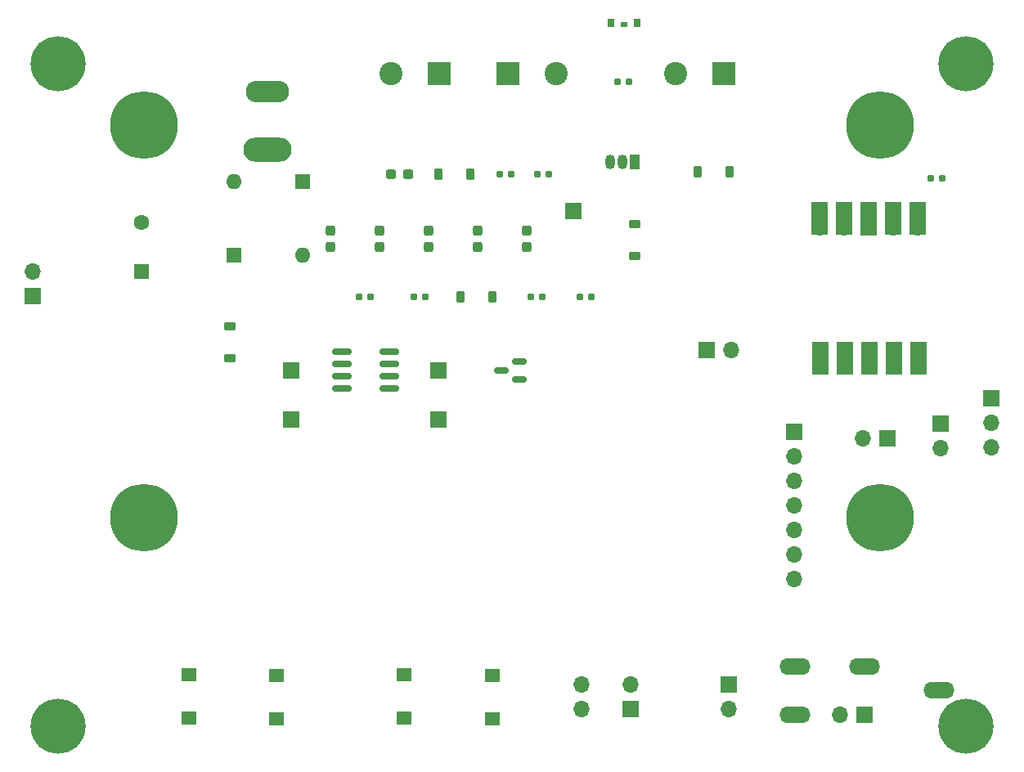
<source format=gbr>
%TF.GenerationSoftware,KiCad,Pcbnew,7.0.2*%
%TF.CreationDate,2024-01-09T21:21:53-08:00*%
%TF.ProjectId,MK-KS-MkII,4d4b2d4b-532d-44d6-9b49-492e6b696361,1.0*%
%TF.SameCoordinates,Original*%
%TF.FileFunction,Soldermask,Top*%
%TF.FilePolarity,Negative*%
%FSLAX46Y46*%
G04 Gerber Fmt 4.6, Leading zero omitted, Abs format (unit mm)*
G04 Created by KiCad (PCBNEW 7.0.2) date 2024-01-09 21:21:53*
%MOMM*%
%LPD*%
G01*
G04 APERTURE LIST*
G04 Aperture macros list*
%AMRoundRect*
0 Rectangle with rounded corners*
0 $1 Rounding radius*
0 $2 $3 $4 $5 $6 $7 $8 $9 X,Y pos of 4 corners*
0 Add a 4 corners polygon primitive as box body*
4,1,4,$2,$3,$4,$5,$6,$7,$8,$9,$2,$3,0*
0 Add four circle primitives for the rounded corners*
1,1,$1+$1,$2,$3*
1,1,$1+$1,$4,$5*
1,1,$1+$1,$6,$7*
1,1,$1+$1,$8,$9*
0 Add four rect primitives between the rounded corners*
20,1,$1+$1,$2,$3,$4,$5,0*
20,1,$1+$1,$4,$5,$6,$7,0*
20,1,$1+$1,$6,$7,$8,$9,0*
20,1,$1+$1,$8,$9,$2,$3,0*%
G04 Aperture macros list end*
%ADD10O,1.700000X1.700000*%
%ADD11R,1.700000X3.500000*%
%ADD12R,1.700000X1.700000*%
%ADD13R,2.400000X2.400000*%
%ADD14C,2.400000*%
%ADD15RoundRect,0.225000X-0.375000X0.225000X-0.375000X-0.225000X0.375000X-0.225000X0.375000X0.225000X0*%
%ADD16RoundRect,0.237500X0.237500X-0.300000X0.237500X0.300000X-0.237500X0.300000X-0.237500X-0.300000X0*%
%ADD17C,5.700000*%
%ADD18C,3.600000*%
%ADD19RoundRect,0.225000X-0.225000X-0.375000X0.225000X-0.375000X0.225000X0.375000X-0.225000X0.375000X0*%
%ADD20O,3.220000X1.712000*%
%ADD21RoundRect,0.160000X0.197500X0.160000X-0.197500X0.160000X-0.197500X-0.160000X0.197500X-0.160000X0*%
%ADD22RoundRect,0.237500X-0.300000X-0.237500X0.300000X-0.237500X0.300000X0.237500X-0.300000X0.237500X0*%
%ADD23R,0.710000X0.900000*%
%ADD24R,0.800000X0.600000*%
%ADD25RoundRect,0.160000X-0.197500X-0.160000X0.197500X-0.160000X0.197500X0.160000X-0.197500X0.160000X0*%
%ADD26R,1.600000X1.600000*%
%ADD27C,1.600000*%
%ADD28O,1.600000X1.600000*%
%ADD29C,4.700000*%
%ADD30C,7.000000*%
%ADD31O,5.000000X2.500000*%
%ADD32O,4.500000X2.250000*%
%ADD33R,1.600000X1.400000*%
%ADD34RoundRect,0.150000X0.587500X0.150000X-0.587500X0.150000X-0.587500X-0.150000X0.587500X-0.150000X0*%
%ADD35R,1.050000X1.500000*%
%ADD36O,1.050000X1.500000*%
%ADD37RoundRect,0.225000X0.375000X-0.225000X0.375000X0.225000X-0.375000X0.225000X-0.375000X-0.225000X0*%
%ADD38RoundRect,0.150000X0.825000X0.150000X-0.825000X0.150000X-0.825000X-0.150000X0.825000X-0.150000X0*%
G04 APERTURE END LIST*
D10*
%TO.C,U1*%
X150176000Y-115554000D03*
D11*
X150176000Y-114654000D03*
D10*
X147636000Y-115554000D03*
D11*
X147636000Y-114654000D03*
D12*
X145096000Y-115554000D03*
D11*
X145096000Y-114654000D03*
D10*
X142556000Y-115554000D03*
D11*
X142556000Y-114654000D03*
D10*
X140016000Y-115554000D03*
D11*
X140016000Y-114654000D03*
D10*
X140106000Y-128234000D03*
D11*
X140106000Y-129134000D03*
D10*
X142646000Y-128234000D03*
D11*
X142646000Y-129134000D03*
D12*
X145186000Y-128234000D03*
D11*
X145186000Y-129134000D03*
D10*
X147726000Y-128234000D03*
D11*
X147726000Y-129134000D03*
D10*
X150266000Y-128234000D03*
D11*
X150266000Y-129134000D03*
%TD*%
D13*
%TO.C,ST3*%
X130138000Y-99627800D03*
D14*
X125138000Y-99627800D03*
%TD*%
D15*
%TO.C,D7*%
X79019400Y-125782800D03*
X79019400Y-129082800D03*
%TD*%
D16*
%TO.C,C7*%
X99594400Y-117587800D03*
X99594400Y-115862800D03*
%TD*%
D12*
%TO.C,TP5*%
X100609400Y-135432800D03*
%TD*%
%TO.C,J3*%
X157857000Y-133268000D03*
D10*
X157857000Y-135808000D03*
X157857000Y-138348000D03*
%TD*%
D16*
%TO.C,C5*%
X89434400Y-117587800D03*
X89434400Y-115862800D03*
%TD*%
D17*
%TO.C,M_KSI4*%
X61239400Y-167182800D03*
D18*
X61239400Y-167182800D03*
%TD*%
D19*
%TO.C,D3*%
X100609400Y-110032800D03*
X103909400Y-110032800D03*
%TD*%
D12*
%TO.C,JP3*%
X144742000Y-165979000D03*
D10*
X142202000Y-165979000D03*
%TD*%
D19*
%TO.C,D1*%
X127407000Y-109782000D03*
X130707000Y-109782000D03*
%TD*%
D13*
%TO.C,ST1*%
X100709400Y-99627800D03*
D14*
X95709400Y-99627800D03*
%TD*%
D20*
%TO.C,J5*%
X152453000Y-163472000D03*
X137553000Y-160972000D03*
X137553000Y-165972000D03*
X144753000Y-160972000D03*
%TD*%
D21*
%TO.C,R9*%
X116421900Y-122732800D03*
X115226900Y-122732800D03*
%TD*%
D22*
%TO.C,C4*%
X95706900Y-110032800D03*
X97431900Y-110032800D03*
%TD*%
D19*
%TO.C,D8*%
X102899400Y-122732800D03*
X106199400Y-122732800D03*
%TD*%
D12*
%TO.C,TP1*%
X114599000Y-113854000D03*
%TD*%
D23*
%TO.C,LED1*%
X118436400Y-94388800D03*
X121136400Y-94388800D03*
D24*
X119786400Y-94538800D03*
%TD*%
D25*
%TO.C,R2*%
X151572500Y-110434000D03*
X152767500Y-110434000D03*
%TD*%
D12*
%TO.C,OPa1*%
X58593000Y-122644000D03*
D10*
X58593000Y-120104000D03*
%TD*%
D25*
%TO.C,R1*%
X106959400Y-110032800D03*
X108154400Y-110032800D03*
%TD*%
D12*
%TO.C,TP2*%
X85369400Y-135432800D03*
%TD*%
D25*
%TO.C,R10*%
X110806900Y-110032800D03*
X112001900Y-110032800D03*
%TD*%
D17*
%TO.C,M_KSI1*%
X61239400Y-98602800D03*
D18*
X61239400Y-98602800D03*
%TD*%
D12*
%TO.C,TP4*%
X100609400Y-130352800D03*
%TD*%
D25*
%TO.C,R8*%
X110146900Y-122732800D03*
X111341900Y-122732800D03*
%TD*%
D26*
%TO.C,C3*%
X69875400Y-120080851D03*
D27*
X69875400Y-115080851D03*
%TD*%
D26*
%TO.C,D4*%
X86537800Y-110794800D03*
D28*
X86537800Y-118414800D03*
%TD*%
D25*
%TO.C,R7*%
X119099400Y-100507800D03*
X120294400Y-100507800D03*
%TD*%
D29*
%TO.C,SHLD-1*%
X70129400Y-104952800D03*
D30*
X70129400Y-104952800D03*
%TD*%
D29*
%TO.C,SHLD-2*%
X146329400Y-104952800D03*
D30*
X146329400Y-104952800D03*
%TD*%
D10*
%TO.C,SW1*%
X120528400Y-162884800D03*
D12*
X120528400Y-165424800D03*
D10*
X115448400Y-162884800D03*
X115448400Y-165424800D03*
%TD*%
D12*
%TO.C,JP2*%
X130688400Y-162859800D03*
D10*
X130688400Y-165399800D03*
%TD*%
D12*
%TO.C,JP1*%
X147069000Y-137366000D03*
D10*
X144529000Y-137366000D03*
%TD*%
D31*
%TO.C,J2*%
X82880200Y-107489100D03*
D32*
X82880200Y-101489100D03*
%TD*%
D33*
%TO.C,SW3*%
X97053400Y-161884800D03*
X106153400Y-161920800D03*
X97053400Y-166384800D03*
X106153400Y-166420800D03*
%TD*%
D17*
%TO.C,M_KSI2*%
X155219400Y-98602800D03*
D18*
X155219400Y-98602800D03*
%TD*%
D13*
%TO.C,ST2*%
X107774400Y-99627800D03*
D14*
X112774400Y-99627800D03*
%TD*%
D29*
%TO.C,SHLD-4*%
X70129400Y-145592800D03*
D30*
X70129400Y-145592800D03*
%TD*%
D16*
%TO.C,C6*%
X94514400Y-117587800D03*
X94514400Y-115862800D03*
%TD*%
D12*
%TO.C,TP3*%
X85369400Y-130352800D03*
%TD*%
D33*
%TO.C,SW2*%
X74773400Y-161884800D03*
X83873400Y-161920800D03*
X74773400Y-166384800D03*
X83873400Y-166420800D03*
%TD*%
D34*
%TO.C,Q3*%
X108964400Y-131302800D03*
X108964400Y-129402800D03*
X107089400Y-130352800D03*
%TD*%
D25*
%TO.C,R6*%
X98081900Y-122732800D03*
X99276900Y-122732800D03*
%TD*%
D35*
%TO.C,Q4*%
X120929400Y-108762800D03*
D36*
X119659400Y-108762800D03*
X118389400Y-108762800D03*
%TD*%
D26*
%TO.C,D2*%
X79425800Y-118414800D03*
D28*
X79425800Y-110794800D03*
%TD*%
D21*
%TO.C,R5*%
X93561900Y-122732800D03*
X92366900Y-122732800D03*
%TD*%
D17*
%TO.C,M_KSI3*%
X155219400Y-167182800D03*
D18*
X155219400Y-167182800D03*
%TD*%
D12*
%TO.C,JP5*%
X152564000Y-135827000D03*
D10*
X152564000Y-138367000D03*
%TD*%
D16*
%TO.C,C8*%
X104674400Y-117587800D03*
X104674400Y-115862800D03*
%TD*%
D12*
%TO.C,JP4*%
X128341000Y-128229000D03*
D10*
X130881000Y-128229000D03*
%TD*%
D29*
%TO.C,SHLD-3*%
X146329400Y-145592800D03*
D30*
X146329400Y-145592800D03*
%TD*%
D37*
%TO.C,D5*%
X120878600Y-118541800D03*
X120878600Y-115241800D03*
%TD*%
D38*
%TO.C,U4*%
X95529400Y-132257800D03*
X95529400Y-130987800D03*
X95529400Y-129717800D03*
X95529400Y-128447800D03*
X90579400Y-128447800D03*
X90579400Y-129717800D03*
X90579400Y-130987800D03*
X90579400Y-132257800D03*
%TD*%
D16*
%TO.C,C9*%
X109754400Y-117587800D03*
X109754400Y-115862800D03*
%TD*%
D12*
%TO.C,J4*%
X137439400Y-136702800D03*
D10*
X137439400Y-139242800D03*
X137439400Y-141782800D03*
X137439400Y-144322800D03*
X137439400Y-146862800D03*
X137439400Y-149402800D03*
X137439400Y-151942800D03*
%TD*%
M02*

</source>
